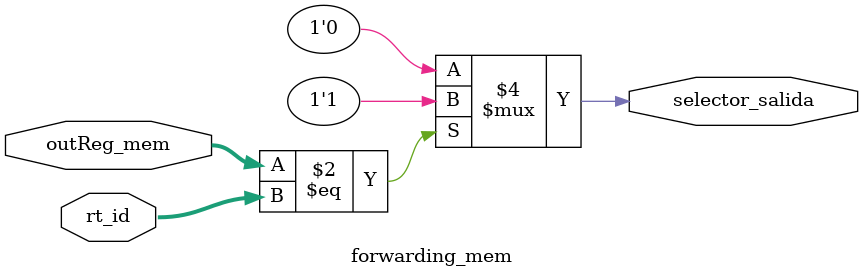
<source format=v>
`timescale 1ns / 1ps
module forwarding_mem(
    input [4:0] rt_id,//direccion del dato que usaria sin el forwarding 
    input [4:0] outReg_mem,
    output reg selector_salida//0->from id ,1->from mem
    );

	always @ (*)
	begin
		//Caluclo de selector_salida
		if(outReg_mem == rt_id)
			selector_salida = 1;
		else
			selector_salida = 0;
	end

endmodule

</source>
